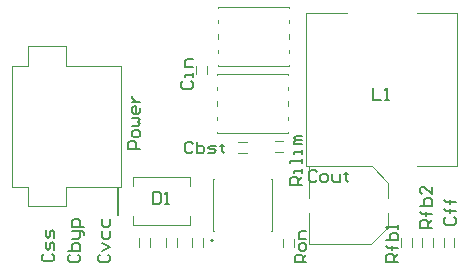
<source format=gto>
G04*
G04 #@! TF.GenerationSoftware,Altium Limited,Altium Designer,20.0.12 (288)*
G04*
G04 Layer_Color=65535*
%FSLAX44Y44*%
%MOMM*%
G71*
G01*
G75*
%ADD10C,0.2100*%
%ADD11C,0.1000*%
%ADD12C,0.2000*%
D10*
X898842Y367082D02*
G03*
X898842Y367082I-1000J0D01*
G01*
D11*
X898858Y378766D02*
Y418898D01*
X948642Y378766D02*
Y418898D01*
X947626D02*
X948642D01*
X898858D02*
X899874D01*
X898858Y374702D02*
Y378766D01*
Y374702D02*
X899874D01*
X948642D02*
Y378766D01*
X947626Y374702D02*
X948642D01*
X967500Y361500D02*
Y368500D01*
X958500Y361500D02*
Y368500D01*
X951000Y442250D02*
X958000D01*
X951000Y451250D02*
X958000D01*
X1084750Y361750D02*
Y368750D01*
X1075750Y361750D02*
Y368750D01*
X1058000Y361750D02*
Y368750D01*
X1067000Y361750D02*
Y368750D01*
X902450Y508250D02*
X962450D01*
X902450Y457750D02*
X962450D01*
X902450Y507000D02*
Y508250D01*
Y494750D02*
Y497000D01*
Y481250D02*
Y484750D01*
Y469250D02*
Y471250D01*
Y457750D02*
Y459000D01*
X962450Y457750D02*
Y459000D01*
Y469250D02*
Y471250D01*
Y481250D02*
Y484750D01*
Y494750D02*
Y497000D01*
Y507000D02*
Y508250D01*
X902850Y514500D02*
X962850D01*
X902850Y565000D02*
X962850D01*
Y514500D02*
Y515750D01*
Y525750D02*
Y528000D01*
Y538000D02*
Y541500D01*
Y551500D02*
Y553500D01*
Y563750D02*
Y565000D01*
X902850Y563750D02*
Y565000D01*
Y551500D02*
Y553500D01*
Y538000D02*
Y541500D01*
Y525750D02*
Y528000D01*
Y514500D02*
Y515750D01*
X742000Y514750D02*
Y531500D01*
X774250D01*
Y514750D02*
Y531500D01*
Y514750D02*
X821000D01*
Y412500D02*
Y514750D01*
X774250Y412500D02*
X821000D01*
X774250Y396000D02*
Y412500D01*
X742000Y396000D02*
X774250D01*
X742000D02*
Y412500D01*
X728500D02*
X742000D01*
X728500D02*
Y514750D01*
X742000D01*
X977500Y431250D02*
Y560000D01*
X1105750Y431250D02*
Y560000D01*
Y560000D02*
Y560000D01*
X1071250Y560000D02*
X1105750D01*
X977500D02*
X1012250D01*
X1105750Y430250D02*
Y431250D01*
X1071250Y430250D02*
X1105750D01*
X977500D02*
Y431250D01*
Y430250D02*
X1012250D01*
X879500Y380500D02*
Y387500D01*
Y413500D02*
Y420500D01*
X831000Y413500D02*
Y420500D01*
Y380500D02*
Y387500D01*
Y420500D02*
X879500D01*
X831000Y380500D02*
X879500D01*
X890500Y361750D02*
Y368750D01*
X881500Y361750D02*
Y368750D01*
X836500Y361750D02*
Y368750D01*
X845500Y361750D02*
Y368750D01*
X979868Y363980D02*
X1032954D01*
X979868Y430020D02*
X1033208D01*
X1047178Y416050D01*
X1032954Y363980D02*
X1047178Y378204D01*
Y390650D01*
Y403350D02*
Y416050D01*
X979868Y363980D02*
Y390650D01*
Y403350D02*
Y430020D01*
X893500Y507750D02*
Y514750D01*
X884500Y507750D02*
Y514750D01*
X1103250Y361750D02*
Y368750D01*
X1094250Y361750D02*
Y368750D01*
X868000Y361750D02*
Y368750D01*
X859000Y361750D02*
Y368750D01*
X920300Y450250D02*
X927300D01*
X920300Y441250D02*
X927300D01*
D12*
X818750Y388250D02*
Y412500D01*
X837000Y444250D02*
X827003D01*
Y449248D01*
X828669Y450914D01*
X832002D01*
X833668Y449248D01*
Y444250D01*
X837000Y455913D02*
Y459245D01*
X835334Y460911D01*
X832002D01*
X830335Y459245D01*
Y455913D01*
X832002Y454247D01*
X835334D01*
X837000Y455913D01*
X830335Y464244D02*
X835334D01*
X837000Y465910D01*
X835334Y467576D01*
X837000Y469242D01*
X835334Y470908D01*
X830335D01*
X837000Y479239D02*
Y475906D01*
X835334Y474240D01*
X832002D01*
X830335Y475906D01*
Y479239D01*
X832002Y480905D01*
X833668D01*
Y474240D01*
X830335Y484237D02*
X837000D01*
X833668D01*
X832002Y485903D01*
X830335Y487569D01*
Y489235D01*
X978000Y348500D02*
X968003D01*
Y353498D01*
X969669Y355164D01*
X973002D01*
X974668Y353498D01*
Y348500D01*
Y351832D02*
X978000Y355164D01*
Y360163D02*
Y363495D01*
X976334Y365161D01*
X973002D01*
X971336Y363495D01*
Y360163D01*
X973002Y358497D01*
X976334D01*
X978000Y360163D01*
Y368493D02*
X971336D01*
Y373492D01*
X973002Y375158D01*
X978000D01*
X974000Y414000D02*
X964003D01*
Y418998D01*
X965669Y420664D01*
X969002D01*
X970668Y418998D01*
Y414000D01*
Y417332D02*
X974000Y420664D01*
Y423997D02*
Y427329D01*
Y425663D01*
X967336D01*
Y423997D01*
X974000Y432327D02*
Y435660D01*
Y433994D01*
X964003D01*
Y432327D01*
X974000Y440658D02*
Y443990D01*
Y442324D01*
X967336D01*
Y440658D01*
X974000Y448989D02*
X967336D01*
Y450655D01*
X969002Y452321D01*
X974000D01*
X969002D01*
X967336Y453987D01*
X969002Y455653D01*
X974000D01*
X1055250Y348750D02*
X1045253D01*
Y353748D01*
X1046919Y355415D01*
X1050252D01*
X1051918Y353748D01*
Y348750D01*
Y352082D02*
X1055250Y355415D01*
Y360413D02*
X1046919D01*
X1050252D01*
Y358747D01*
Y362079D01*
Y360413D01*
X1046919D01*
X1045253Y362079D01*
Y367077D02*
X1055250D01*
Y372076D01*
X1053584Y373742D01*
X1051918D01*
X1050252D01*
X1048586Y372076D01*
Y367077D01*
X1055250Y377074D02*
Y380406D01*
Y378740D01*
X1045253D01*
X1046919Y377074D01*
X1084000Y377750D02*
X1074003D01*
Y382748D01*
X1075669Y384414D01*
X1079002D01*
X1080668Y382748D01*
Y377750D01*
Y381082D02*
X1084000Y384414D01*
Y389413D02*
X1075669D01*
X1079002D01*
Y387747D01*
Y391079D01*
Y389413D01*
X1075669D01*
X1074003Y391079D01*
Y396077D02*
X1084000D01*
Y401076D01*
X1082334Y402742D01*
X1080668D01*
X1079002D01*
X1077336Y401076D01*
Y396077D01*
X1084000Y412739D02*
Y406074D01*
X1077336Y412739D01*
X1075669D01*
X1074003Y411073D01*
Y407740D01*
X1075669Y406074D01*
X1034500Y495747D02*
Y485750D01*
X1041164D01*
X1044497D02*
X1047829D01*
X1046163D01*
Y495747D01*
X1044497Y494081D01*
X848000Y407997D02*
Y398000D01*
X852998D01*
X854665Y399666D01*
Y406331D01*
X852998Y407997D01*
X848000D01*
X857997Y398000D02*
X861329D01*
X859663D01*
Y407997D01*
X857997Y406331D01*
X802919Y355164D02*
X801253Y353498D01*
Y350166D01*
X802919Y348500D01*
X809584D01*
X811250Y350166D01*
Y353498D01*
X809584Y355164D01*
X804585Y358497D02*
X811250Y361829D01*
X804585Y365161D01*
Y375158D02*
Y370160D01*
X806252Y368494D01*
X809584D01*
X811250Y370160D01*
Y375158D01*
X804585Y385155D02*
Y380157D01*
X806252Y378490D01*
X809584D01*
X811250Y380157D01*
Y385155D01*
X755669Y355914D02*
X754003Y354248D01*
Y350916D01*
X755669Y349250D01*
X762334D01*
X764000Y350916D01*
Y354248D01*
X762334Y355914D01*
X764000Y359247D02*
Y364245D01*
X762334Y365911D01*
X760668Y364245D01*
Y360913D01*
X759002Y359247D01*
X757336Y360913D01*
Y365911D01*
X764000Y369244D02*
Y374242D01*
X762334Y375908D01*
X760668Y374242D01*
Y370910D01*
X759002Y369244D01*
X757336Y370910D01*
Y375908D01*
X986533Y425016D02*
X984866Y426682D01*
X981534D01*
X979868Y425016D01*
Y418351D01*
X981534Y416685D01*
X984866D01*
X986533Y418351D01*
X991531Y416685D02*
X994863D01*
X996529Y418351D01*
Y421683D01*
X994863Y423349D01*
X991531D01*
X989865Y421683D01*
Y418351D01*
X991531Y416685D01*
X999862Y423349D02*
Y418351D01*
X1001528Y416685D01*
X1006526D01*
Y423349D01*
X1011525Y425016D02*
Y423349D01*
X1009858D01*
X1013191D01*
X1011525D01*
Y418351D01*
X1013191Y416685D01*
X873669Y502164D02*
X872003Y500498D01*
Y497166D01*
X873669Y495500D01*
X880334D01*
X882000Y497166D01*
Y500498D01*
X880334Y502164D01*
X882000Y505497D02*
Y508829D01*
Y507163D01*
X875335D01*
Y505497D01*
X882000Y513827D02*
X875335D01*
Y518826D01*
X877002Y520492D01*
X882000D01*
X1095919Y386665D02*
X1094253Y384998D01*
Y381666D01*
X1095919Y380000D01*
X1102584D01*
X1104250Y381666D01*
Y384998D01*
X1102584Y386665D01*
X1104250Y391663D02*
X1095919D01*
X1099252D01*
Y389997D01*
Y393329D01*
Y391663D01*
X1095919D01*
X1094253Y393329D01*
X1104250Y399994D02*
X1095919D01*
X1099252D01*
Y398327D01*
Y401660D01*
Y399994D01*
X1095919D01*
X1094253Y401660D01*
X777919Y355164D02*
X776253Y353498D01*
Y350166D01*
X777919Y348500D01*
X784584D01*
X786250Y350166D01*
Y353498D01*
X784584Y355164D01*
X776253Y358497D02*
X786250D01*
Y363495D01*
X784584Y365161D01*
X782918D01*
X781252D01*
X779585Y363495D01*
Y358497D01*
Y368494D02*
X784584D01*
X786250Y370160D01*
Y375158D01*
X787916D01*
X789582Y373492D01*
Y371826D01*
X786250Y375158D02*
X779585D01*
X789582Y378490D02*
X779585D01*
Y383489D01*
X781252Y385155D01*
X784584D01*
X786250Y383489D01*
Y378490D01*
X881665Y449081D02*
X879998Y450747D01*
X876666D01*
X875000Y449081D01*
Y442416D01*
X876666Y440750D01*
X879998D01*
X881665Y442416D01*
X884997Y450747D02*
Y440750D01*
X889995D01*
X891661Y442416D01*
Y444082D01*
Y445748D01*
X889995Y447415D01*
X884997D01*
X894994Y440750D02*
X899992D01*
X901658Y442416D01*
X899992Y444082D01*
X896660D01*
X894994Y445748D01*
X896660Y447415D01*
X901658D01*
X906656Y449081D02*
Y447415D01*
X904990D01*
X908323D01*
X906656D01*
Y442416D01*
X908323Y440750D01*
M02*

</source>
